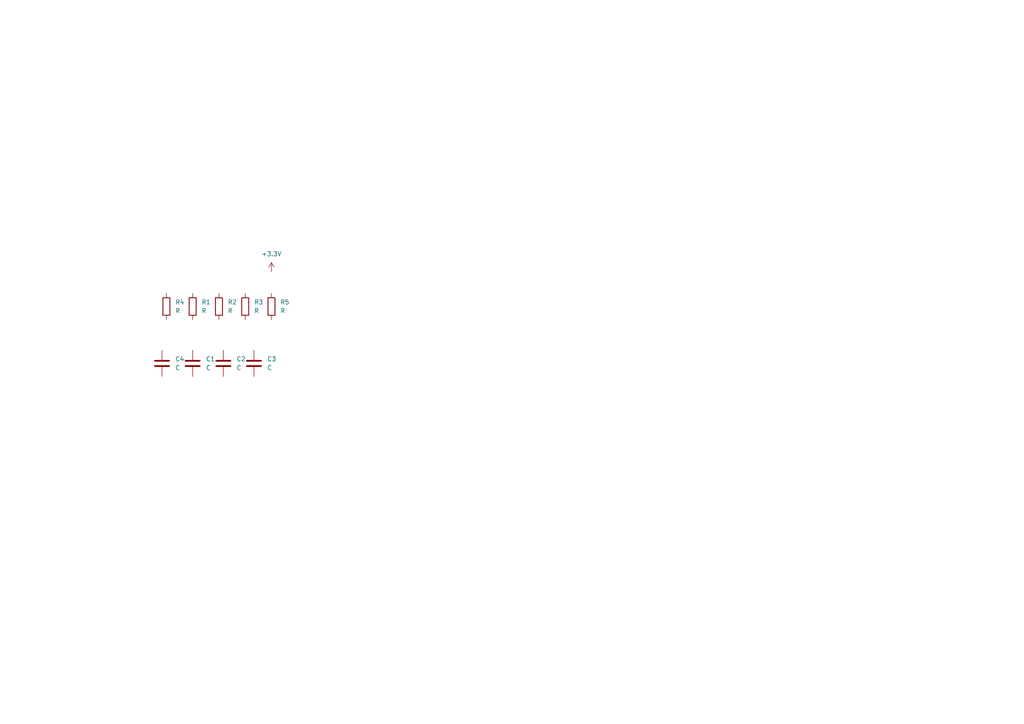
<source format=kicad_sch>
(kicad_sch (version 20250114) (generator "eeschema") (generator_version "9.0")
  (paper "A4")
  (lib_symbols
    (symbol "Device:C" (pin_numbers (hide yes)) (pin_names (offset 0.254))
      (property "Reference" "C" (at 0.635 2.54 0))
      (property "Value" "C" (at 0.635 -2.54 0))
      (symbol "C_0_1"
        (polyline (pts (xy -2.032 0.762) (xy 2.032 0.762)) (stroke (width 0.508)))
        (polyline (pts (xy -2.032 -0.762) (xy 2.032 -0.762)) (stroke (width 0.508)))
      )
      (symbol "C_1_1"
        (pin passive line (at 0 3.81 270) (length 2.794) (name "~") (number "1"))
        (pin passive line (at 0 -3.81 90) (length 2.794) (name "~") (number "2"))
      )
    )
    (symbol "Device:R" (pin_numbers (hide yes)) (pin_names (offset 0))
      (property "Reference" "R" (at 2.032 0 90))
      (property "Value" "R" (at 0 0 90))
      (symbol "R_0_1"
        (rectangle (start -1.016 -2.54) (end 1.016 2.54) (stroke (width 0.254)))
      )
      (symbol "R_1_1"
        (pin passive line (at 0 3.81 270) (length 1.27) (name "~") (number "1"))
        (pin passive line (at 0 -3.81 90) (length 1.27) (name "~") (number "2"))
      )
    )
    (symbol "power:+3.3V" (power) (pin_numbers (hide yes)) (pin_names (offset 0) (hide yes))
      (property "Value" "+3.3V" (at 0 3.556 0))
      (symbol "+3.3V_0_1"
        (polyline (pts (xy -0.762 1.27) (xy 0 2.54)))
        (polyline (pts (xy 0 2.54) (xy 0.762 1.27)))
        (polyline (pts (xy 0 0) (xy 0 2.54)))
      )
      (symbol "+3.3V_1_1"
        (pin power_in line (at 0 0 90) (length 0) (name "~") (number "1"))
      )
    )
  )
  (symbol (lib_id "Device:C") (at 64.77 105.41 0) (unit 1)
    (property "Reference" "C2" (at 68.58 104.1399 0) (effects (justify left)))
    (property "Value" "C" (at 68.58 106.6799 0) (effects (justify left)))
    (property "Description" "Unpolarized capacitor" (effects (hide yes)))
  )
  (symbol (lib_id "Device:R") (at 71.12 88.9 0) (unit 1)
    (property "Reference" "R3" (at 73.66 87.6299 0) (effects (justify left)))
    (property "Value" "R" (at 73.66 90.1699 0) (effects (justify left)))
    (property "Description" "Resistor" (effects (hide yes)))
  )
  (symbol (lib_id "Device:C") (at 73.66 105.41 0) (unit 1)
    (property "Reference" "C3" (at 77.47 104.1399 0) (effects (justify left)))
    (property "Value" "C" (at 77.47 106.6799 0) (effects (justify left)))
    (property "Description" "Unpolarized capacitor" (effects (hide yes)))
  )
  (symbol (lib_id "Device:C") (at 46.99 105.41 0) (unit 1)
    (property "Reference" "C4" (at 50.8 104.1399 0) (effects (justify left)))
    (property "Value" "C" (at 50.8 106.6799 0) (effects (justify left)))
    (property "Description" "Unpolarized capacitor" (effects (hide yes)))
  )
  (symbol (lib_id "Device:R") (at 63.5 88.9 0) (unit 1)
    (property "Reference" "R2" (at 66.04 87.6299 0) (effects (justify left)))
    (property "Value" "R" (at 66.04 90.1699 0) (effects (justify left)))
    (property "Description" "Resistor" (effects (hide yes)))
  )
  (symbol (lib_id "power:+3.3V") (at 78.74 78.74 0) (unit 1)
    (property "Reference" "#PWR01" (effects (hide yes)))
    (property "Value" "+3.3V" (at 78.74 73.66 0))
    (property "Description" "Power symbol creates a global label with name \"+3.3V\"" (effects (hide yes)))
  )
  (symbol (lib_id "Device:R") (at 55.88 88.9 0) (unit 1)
    (property "Reference" "R1" (at 58.42 87.6299 0) (effects (justify left)))
    (property "Value" "R" (at 58.42 90.1699 0) (effects (justify left)))
    (property "Description" "Resistor" (effects (hide yes)))
  )
  (symbol (lib_id "Device:C") (at 55.88 105.41 0) (unit 1)
    (property "Reference" "C1" (at 59.69 104.1399 0) (effects (justify left)))
    (property "Value" "C" (at 59.69 106.6799 0) (effects (justify left)))
    (property "Description" "Unpolarized capacitor" (effects (hide yes)))
  )
  (symbol (lib_id "Device:R") (at 78.74 88.9 0) (unit 1)
    (property "Reference" "R5" (at 81.28 87.6299 0) (effects (justify left)))
    (property "Value" "R" (at 81.28 90.1699 0) (effects (justify left)))
    (property "Description" "Resistor" (effects (hide yes)))
  )
  (symbol (lib_id "Device:R") (at 48.26 88.9 0) (unit 1)
    (property "Reference" "R4" (at 50.8 87.6299 0) (effects (justify left)))
    (property "Value" "R" (at 50.8 90.1699 0) (effects (justify left)))
    (property "Description" "Resistor" (effects (hide yes)))
  )
)
</source>
